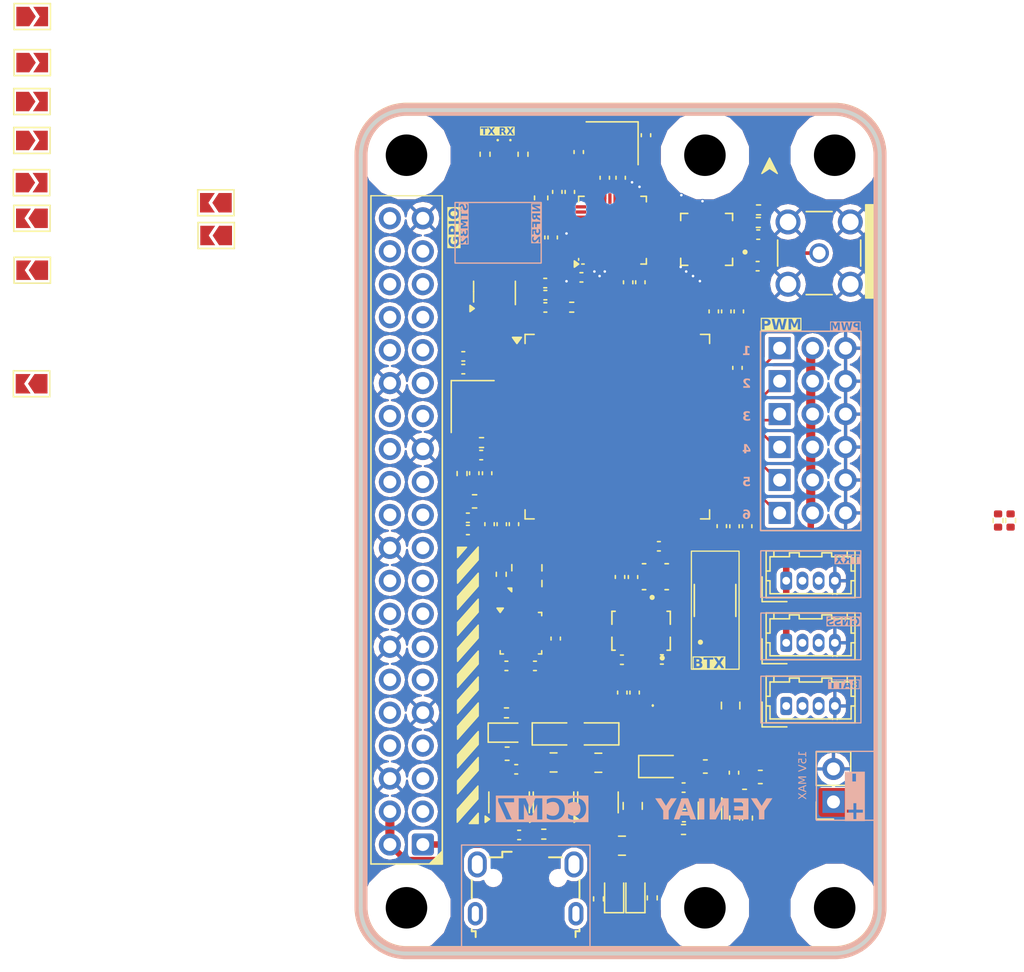
<source format=kicad_pcb>
(kicad_pcb (version 20240108) (generator "pcbnew") (generator_version "8.0")
  (layers (0 "F.Cu" signal) (1 "In1.Cu" signal) (2 "In2.Cu" signal) (31 "B.Cu" signal) (34 "B.Paste" user) (35 "F.Paste" user) (36 "B.SilkS" user "B.Silkscreen") (37 "F.SilkS" user "F.Silkscreen") (38 "B.Mask" user) (39 "F.Mask" user) (44 "Edge.Cuts" user))
  (net 0 "")
  (net 1 "GND")
  (net 2 "+3.3V")
  (net 3 "VREF_CC")
  (net 4 "VDDA_CC")
  (net 5 "Net-(C17-Pad1)")
  (net 6 "Net-(C18-Pad1)")
  (net 7 "NRST")
  (net 8 "HSE_IN")
  (net 9 "Net-(C21-Pad1)")
  (net 10 "Net-(C28-Pad1)")
  (net 11 "Net-(C29-Pad1)")
  (net 12 "+5V")
  (net 13 "DEC3")
  (net 14 "NRF_XC1")
  (net 15 "DEC1")
  (net 16 "Net-(U8-VFB)")
  (net 17 "Net-(D8-A)")
  (net 18 "DEC4")
  (net 19 "3V3_RF")
  (net 20 "+BATT")
  (net 21 "NRF_XC2")
  (net 22 "Net-(U8-SW)")
  (net 23 "Net-(D9-A)")
  (net 24 "Net-(D7-A)")
  (net 25 "LED0")
  (net 26 "LED1")
  (net 27 "Net-(D3-K)")
  (net 28 "Net-(D4-K)")
  (net 29 "Net-(D5-K)")
  (net 30 "NRF_LED0")
  (net 31 "NRF_LED1")
  (net 32 "Net-(D6-K)")
  (net 33 "I2C1_SDA")
  (net 34 "I2C1_SCL")
  (net 35 "PA4")
  (net 37 "J2_32")
  (net 39 "PA0")
  (net 40 "UART2_RX")
  (net 41 "PC14")
  (net 42 "SPI1_MOSI")
  (net 43 "UART4_TX")
  (net 44 "SPI1_MISO")
  (net 45 "I2C2_SCL")
  (net 46 "CAN2_TX")
  (net 49 "I2C2_SDA")
  (net 50 "PE2")
  (net 51 "PC13")
  (net 52 "UART2_TX")
  (net 53 "J2_34")
  (net 55 "SPI1_SCK")
  (net 56 "UART4_RX")
  (net 57 "PA1")
  (net 58 "PC15")
  (net 59 "J2_40")
  (net 60 "CAN2_RX")
  (net 61 "J2_36")
  (net 63 "TIM3_CH4")
  (net 64 "TIM3_CH3")
  (net 65 "TIM3_CH2")
  (net 66 "TIM3_CH1")
  (net 67 "TIM4_CH4")
  (net 68 "TIM4_CH3")
  (net 69 "UART1_RX")
  (net 70 "UART1_TX")
  (net 74 "USB_DM")
  (net 75 "USB_DP")
  (net 78 "UART3_TX")
  (net 79 "UART3_RX")
  (net 80 "SWO")
  (net 81 "SWCLK")
  (net 82 "SWDIO")
  (net 83 "NRF_SWCLK")
  (net 84 "NRF_SWDIO")
  (net 85 "NRF_NRST")
  (net 86 "DCC")
  (net 87 "Net-(U7-ANT1)")
  (net 88 "HSE_OUT")
  (net 89 "Net-(U8-EN)")
  (net 90 "I2C1_IRQ2")
  (net 91 "NRF_PA_MODE")
  (net 92 "Net-(U7-MODE)")
  (net 93 "Net-(U7-ANT2)")
  (net 96 "SPI3_MISO")
  (net 97 "SPI3_SCK")
  (net 99 "SPI1_CS1")
  (net 103 "I2C1_IRQ1")
  (net 110 "SPI1_CS2")
  (net 116 "J2_31")
  (net 118 "SPI3_CS")
  (net 119 "SPI1_CS3")
  (net 122 "SPI3_IRQ")
  (net 124 "SPI3_MOSI")
  (net 135 "NRF_SPI0_SCK")
  (net 136 "NRF_PA_TX_EN")
  (net 138 "NRF_PA_PDN")
  (net 139 "NRF_SPI0_CS")
  (net 141 "NRF_ANT")
  (net 142 "NRF_SPI0_MOSI")
  (net 143 "+1V8")
  (net 145 "NRF_PA_RX_EN")
  (net 146 "NRF_SPI0_MISO")
  (net 149 "VIN_5V")
  (net 150 "BOOT0")
  (net 155 "Net-(U13-REGOUT)")
  (net 156 "Net-(D2-K)")
  (net 157 "Net-(U7-TRX)")
  (net 158 "Net-(U12-BP)")
  (net 160 "SPI1_SCK_1V8")
  (net 161 "SPI1_MOSI_1V8")
  (net 162 "SPI1_CS3_1V8")
  (net 163 "SPI1_MISO_1V8")
  (footprint "Capacitor_SMD:C_0402_1005Metric" (layer "F.Cu") (at 98.7179 155.1436 180)
    (property "Reference" "C52" (hide yes))
    (property "Value" "100nF")
  )
  (footprint "Capacitor_SMD:C_0805_2012Metric" (layer "F.Cu") (at 102.3544 162.584901)
    (property "Reference" "C50" (hide yes))
    (property "Value" "1uF")
  )
  (footprint "Resistor_SMD:R_0402_1005Metric" (layer "F.Cu") (at 112.3672 167.756 180)
    (property "Reference" "R18" (hide yes))
    (property "Value" "33k")
  )
  (footprint "Fuse:Fuse_0805_2012Metric" (layer "F.Cu") (at 116 158.2 -90)
    (property "Reference" "F1" (hide yes))
    (property "Value" "Polyfuse")
  )
  (footprint "MountingHole:CCMountingHole" (layer "F.Cu") (at 124.144461 166.827759)
    (property "Reference" "H6")
    (property "Value" "MountingHole")
  )
  (footprint "Capacitor_SMD:C_0402_1005Metric" (layer "F.Cu") (at 96.7746 138.898)
    (property "Reference" "C21" (hide yes))
    (property "Value" "12pF")
  )
  (footprint "Connector_PinSocket_2.54mm:PinSocket_1x02_P2.54mm_Vertical" (layer "F.Cu") (at 123.925 165.625 180)
    (property "Reference" "J13" (hide yes))
    (property "Value" "Batt_Pins")
  )
  (footprint "Resistor_SMD:R_0402_1005Metric" (layer "F.Cu") (at 95.3014 140.3204 90)
    (property "Reference" "R1" (hide yes))
    (property "Value" "4k7")
  )
  (footprint "Capacitor_SMD:C_0402_1005Metric" (layer "F.Cu") (at 107.475 148.29 90)
    (property "Reference" "C23" (hide yes))
    (property "Value" "100nF")
  )
  (footprint "Crystal:Crystal_SMD_3225-4Pin_3.2x2.5mm" (layer "F.Cu") (at 106.868934 114.8664 180)
    (property "Reference" "Y2")
    (property "Value" "32MHz")
  )
  (footprint "Capacitor_SMD:C_0402_1005Metric" (layer "F.Cu") (at 99.475 163.112501 180)
    (property "Reference" "C59" (hide yes))
    (property "Value" "10nF")
  )
  (footprint "Capacitor_SMD:C_0402_1005Metric" (layer "F.Cu") (at 95.395 132.275)
    (property "Reference" "C20" (hide yes))
    (property "Value" "12pF")
  )
  (footprint "Capacitor_SMD:C_0402_1005Metric" (layer "F.Cu") (at 95.7506 144.6698 180)
    (property "Reference" "C16" (hide yes))
    (property "Value" "100nF")
  )
  (footprint "Package_TO_SOT_SMD:SOT-23-5" (layer "F.Cu") (at 105.775 165.6625 90)
    (property "Reference" "U9" (hide yes))
    (property "Value" "ME6211C33M5")
  )
  (footprint "MountingHole:CCMountingHole" (layer "F.Cu") (at 124.144356 108.82766)
    (property "Reference" "H1")
    (property "Value" "MountingHole")
  )
  (footprint "Resistor_SMD:R_0402_1005Metric" (layer "F.Cu") (at 98.725 158.762501 180)
    (property "Reference" "R14" (hide yes))
    (property "Value" "1.5k")
  )
  (footprint "Jumper:SolderJumper-2_P1.3mm_Open_TrianglePad1.0x1.5mm" (layer "F.Cu") (at 62.175 124.65 180)
    (property "Reference" "JP8" (hide yes))
    (property "Value" "SWDIO")
  )
  (footprint "Jumper:SolderJumper-2_P1.3mm_Open_TrianglePad1.0x1.5mm" (layer "F.Cu") (at 62.125 133.4 180)
    (property "Reference" "JP7" (hide yes))
    (property "Value" "SWDIO")
  )
  (footprint "Capacitor_SMD:C_0402_1005Metric" (layer "F.Cu") (at 101.71 125.64)
    (property "Reference" "C11")
    (property "Value" "100nF")
  )
  (footprint "Capacitor_SMD:C_0402_1005Metric" (layer "F.Cu") (at 116.6304 127.825 90)
    (property "Reference" "C3")
    (property "Value" "100nF")
  )
  (footprint "Resistor_SMD:R_0402_1005Metric" (layer "F.Cu") (at 98.3217 148.0846 -90)
    (property "Reference" "R11" (hide yes))
    (property "Value" "10k")
  )
  (footprint "Capacitor_SMD:C_0402_1005Metric" (layer "F.Cu") (at 107.525 117.525 90)
    (property "Reference" "C58" (hide yes))
    (property "Value" "1pF")
  )
  (footprint "Capacitor_SMD:C_0402_1005Metric" (layer "F.Cu") (at 118.08 124.3378 180)
    (property "Reference" "C29" (hide yes))
    (property "Value" "1pF")
  )
  (footprint "Resistor_SMD:R_0402_1005Metric" (layer "F.Cu") (at 97.074202 115.713 90)
    (property "Reference" "R2" (hide yes))
    (property "Value" "1.5k")
  )
  (footprint "Connector_USB:USB_Micro-B_Wuerth_629105150521" (layer "F.Cu") (at 100.2 172.295)
    (property "Reference" "J11")
    (property "Value" "USB_B_Micro")
  )
  (footprint "Capacitor_SMD:C_0402_1005Metric" (layer "F.Cu") (at 109.0422 125.5776 -90)
    (property "Reference" "C38" (hide yes))
    (property "Value" "100nF")
  )
  (footprint "Capacitor_SMD:C_0805_2012Metric" (layer "F.Cu") (at 108.4544 165.934901 90)
    (property "Reference" "C30" (hide yes))
    (property "Value" "1uF")
  )
  (footprint "LPRS_SMA_CONNECTOR:LPRS_SMA_CONNECTOR" (layer "F.Cu") (at 122.822 123.33)
    (property "Reference" "J9")
    (property "Value" "SMA_CONNECTOR")
  )
  (footprint "Package_QFP:LQFP-100_14x14mm_P0.5mm" (layer "F.Cu") (at 107.267 136.707)
    (property "Reference" "U1")
    (property "Value" "STM32H743VGTx")
  )
  (footprint "Capacitor_SMD:C_0402_1005Metric" (layer "F.Cu") (at 101.3206 122.1258 90)
    (property "Reference" "C37" (hide yes))
    (property "Value" "0")
  )
  (footprint "Resistor_SMD:R_0402_1005Metric" (layer "F.Cu") (at 117.2972 166.876 90)
    (property "Reference" "R12" (hide yes))
    (property "Value" "33.2k")
  )
  (footprint "Resistor_SMD:R_0402_1005Metric" (layer "F.Cu") (at 105.819 173.101 -90)
    (property "Reference" "R9" (hide yes))
    (property "Value" "1.5k")
  )
  (footprint "Connector_Hirose:Hirose_DF13-04P-1.25DSA_1x04_P1.25mm_Vertical" (layer "F.Cu") (at 120.284 148.582)
    (property "Reference" "J12" (hide yes))
    (property "Value" "Conn_01x04_Pin")
  )
  (footprint "Resistor_SMD:R_0402_1005Metric" (layer "F.Cu") (at 118.1326 120.9718)
    (property "Reference" "R16" (hide yes))
    (property "Value" "50R")
  )
  (footprint "Capacitor_SMD:C_0402_1005Metric" (layer "F.Cu") (at 114.7 127.825 90)
    (property "Reference" "C5")
    (property "Value" "100nF")
  )
  (footprint "Diode_SMD:D_SOD-323" (layer "F.Cu") (at 105.775 160.387501 180)
    (property "Reference" "D8" (hide yes))
    (property "Value" "1N5819WS")
  )
  (footprint "Jumper:SolderJumper-2_P1.3mm_Open_TrianglePad1.0x1.5mm" (layer "F.Cu") (at 76.35 121.975 180)
    (property "Reference" "JP4" (hide yes))
    (property "Value" "SWDIO")
  )
  (footprint "Capacitor_SMD:C_0402_1005Metric" (layer "F.Cu") (at 117.275 144.3776 -90)
    (property "Reference" "C2")
    (property "Value" "100nF")
  )
  (footprint "Inductor_SMD:L_0402_1005Metric" (layer "F.Cu") (at 114.4016 164.465 180)
    (property "Reference" "L1")
    (property "Value" "2.2uH")
  )
  (footprint "MountingHole:CCMountingHole" (layer "F.Cu") (at 91.144356 166.82766)
    (property "Reference" "H4")
    (property "Value" "MountingHole")
  )
  (footprint "Resistor_SMD:R_0402_1005Metric" (layer "F.Cu") (at 100 115.715 90)
    (property "Reference" "R17" (hide yes))
    (property "Value" "1.5k")
  )
  (footprint "Capacitor_SMD:C_0603_1608Metric" (layer "F.Cu") (at 98.775 161.912501)
    (property "Reference" "C53" (hide yes))
    (property "Value" "10uF")
  )
  (footprint "Diode_SMD:D_SOD-323" (layer "F.Cu") (at 110.525 162.9)
    (property "Reference" "D9" (hide yes))
    (property "Value" "SS210")
  )
  (footprint "BMI088:PQFN50P450X300X100-16N" (layer "F.Cu") (at 109.1 152.435 180)
    (property "Reference" "U3")
    (property "Value" "BMI088")
  )
  (footprint "MountingHole:1x03_2.54vertical" (layer "F.Cu") (at 119.634 135.763 90)
    (property "Reference" "J5" (hide yes))
    (property "Value" "Conn_01x03_Pin")
  )
  (footprint "Capacitor_SMD:C_0402_1005Metric" (layer "F.Cu") (at 115.6652 127.8252 90)
    (property "Reference" "C4")
    (property "Value" "100nF")
  )
  (footprint "Capacitor_SMD:C_0603_1608Metric" (layer "F.Cu") (at 118.2872 163.706)
    (property "Reference" "C34" (hide yes))
    (property "Value" "10uF")
  )
  (footprint "Jumper:SolderJumper-2_P1.3mm_Open_TrianglePad1.0x1.5mm" (layer "F.Cu") (at 62.125 117.9)
    (property "Reference" "JP3" (hide yes))
    (property "Value" "SWDIO")
  )
  (footprint "MountingHole:1x03_2.54vertical" (layer "F.Cu") (at 119.634 130.683 90)
    (property "Reference" "J3" (hide yes))
    (property "Value" "Conn_01x03_Pin")
  )
  (footprint "Capacitor_SMD:C_0402_1005Metric" (layer "F.Cu") (at 112.375 164.525 180)
    (property "Reference" "C51" (hide yes))
    (property "Value" "100nF")
  )
  (footprint "MountingHole:CCMountingHole" (layer "F.Cu") (at 114.144356 108.82766)
    (property "Reference" "H2")
    (property "Value" "MountingHole")
  )
  (footprint "BMP581:BMP581" (layer "F.Cu") (at 110.25 157.2 90)
    (property "Reference" "U11")
    (property "Value" "BMP581")
  )
  (footprint "Inductor_SMD:L_0201_0603Metric" (layer "F.Cu") (at 118.1252 122.72)
    (property "Reference" "L6" (hide yes))
    (property "Value" "1.9nH")
  )
  (footprint "LED_SMD:LED_0402_1005Metric" (layer "F.Cu") (at 99.024734 115.7151 -90)
    (property "Reference" "D6")
    (property "Value" "LED")
  )
  (footprint "Capacitor_SMD:C_0402_1005Metric" (layer "F.Cu") (at 99.7 168.175)
    (property "Reference" "C48" (hide yes))
    (property "Value" "100nF")
  )
  (footprint "Capacitor_SMD:C_0402_1005Metric" (layer "F.Cu") (at 107.65 157.2 90)
    (property "Reference" "C54" (hide yes))
    (property "Value" "100nF")
  )
  (footprint "MountingHole:CCMountingHole" (layer "F.Cu") (at 114.144356 166.82766)
    (property "Reference" "H5")
    (property "Value" "MountingHole")
  )
  (footprint "Capacitor_SMD:C_0402_1005Metric" (layer "F.Cu") (at 109.475 114.245 90)
    (property "Reference" "C32" (hide yes))
    (property "Value" "16pF")
  )
  (footprint "Capacitor_SMD:C_0402_1005Metric" (layer "F.Cu") (at 107.62 154.67 180)
    (property "Reference" "C24" (hide yes))
    (property "Value" "100nF")
  )
  (footprint "Connector_IDC:IDC-Header_2x20_P2.54mm_Vertical" (layer "F.Cu") (at 92.2782 168.91 180)
    (property "Reference" "J2" (hide yes))
    (property "Value" "~" (hide yes))
  )
  (footprint "Capacitor_SMD:C_0603_1608Metric" (layer "F.Cu") (at 117.0722 165.166)
    (property "Reference" "C35" (hide yes))
    (property "Value" "10uF")
  )
  (footprint "MountingHole:1x03_2.54vertical" (layer "F.Cu") (at 119.634 140.843 90)
    (property "Reference" "J7" (hide yes))
    (property "Value" "Conn_01x03_Pin")
  )
  (footprint "Resistor_SMD:R_0402_1005Metric" (layer "F.Cu") (at 103.75 127.5 180)
    (property "Reference" "R6" (hide yes))
    (property "Value" "10k")
  )
  (footprint "Resistor_SMD:R_0402_1005Metric" (layer "F.Cu") (at 118.15 120 180)
    (property "Reference" "R15" (hide yes))
    (property "Value" "10k")
  )
  (footprint "Capacitor_SMD:C_0402_1005Metric" (layer "F.Cu") (at 104.2934 115.543 -90)
    (property "Reference" "C44" (hide yes))
    (property "Value" "16pF")
  )
  (footprint "Diode_SMD:D_SOD-323" (layer "F.Cu") (at 102.3175 160.387501)
    (property "Reference" "D7" (hide yes))
    (property "Value" "1N5819WS")
  )
  (footprint "Inductor_SMD:L_0201_0603Metric" (layer "F.Cu") (at 118.125 123.525)
    (property "Reference" "L7" (hide yes))
    (property "Value" "3.0nH")
  )
  (footprint "LED_SMD:LED_0603_1608Metric" (layer "F.Cu") (at 98.8 160.287501)
    (property "Reference" "D2" (hide yes))
    (property "Value" "LED")
  )
  (footprint "Capacitor_SMD:C_0402_1005Metric" (layer "F.Cu") (at 104.5 125.2 180)
    (property "Reference" "C33")
    (property "Value" "100nF")
  )
  (footprint "LED_SMD:LED_0402_1005Metric" (layer "F.Cu") (at 98.049468 115.7151 -90)
    (property "Reference" "D5")
    (property "Value" "LED")
  )
  (footprint "Package_TO_SOT_SMD:SOT-23-5" (layer "F.Cu") (at 102.35 165.6625 90)
    (property "Reference" "U10" (hide yes))
    (property "Value" "ME6211C33M5")
  )
  (footprint "Capacitor_SMD:C_0402_1005Metric" (layer "F.Cu") (at 100.9179 155.1436)
    (property "Reference" "C57")
    (property "Value" "100nF")
  )
  (footprint "Jumper:SolderJumper-2_P1.3mm_Open_TrianglePad1.0x1.5mm" (layer "F.Cu") (at 62.15 111.65)
    (property "Reference" "JP2" (hide yes))
    (property "Value" "SWDIO")
  )
  (footprint "Jumper:SolderJumper-2_P1.3mm_Open_TrianglePad1.0x1.5mm" (layer "F.Cu") (at 62.15 120.65 180)
    (property "Reference" "JP6" (hide yes))
    (property "Value" "SWDIO")
  )
  (footprint "Connector_Hirose:Hirose_DF13-04P-1.25DSA_1x04_P1.25mm_Vertical" (layer "F.Cu") (at 120.284 153.3652)
    (property "Reference" "J10" (hide yes))
    (property "Value" "Conn_01x04_Pin")
  )
  (footprint "Capacitor_SMD:C_0402_1005Metric" (layer "F.Cu") (at 103.6066 118.618 -90)
    (property "Reference" "C39" (hide yes))
    (property "Value" "1uF")
  )
  (footprint "Jumper:SolderJumper-2_P1.3mm_Open_TrianglePad1.0x1.5mm" (layer "F.Cu") (at 62.15 114.65)
    (property "Reference" "JP1" (hide yes))
    (property "Value" "SWDIO")
  )
  (footprint "Inductor_SMD:L_0603_1608Metric" (layer "F.Cu") (at 96.2666 142.464 180)
    (property "Reference" "FB1" (hide yes))
    (property "Value" "FerriteBead")
  )
  (footprint "Crystal:Crystal_SMD_3225-4Pin_3.2x2.5mm" (layer "F.Cu") (at 96.117 135.157 -90)
    (property "Reference" "Y1")
    (property "Value" "32MHz")
  )
  (footprint "Capacitor_SMD:C_0402_1005Metric" (layer "F.Cu") (at 101.72 127.52)
    (property "Reference" "C1")
    (property "Value" "10uF")
  )
  (footprint "Capacitor_SMD:C_0805_2012Metric" (layer "F.Cu") (at 105.8044 162.609901)
    (property "Reference" "C45" (hide yes))
    (property "Value" "1uF")
  )
  (footprint "Capacitor_SMD:C_0402_1005Metric" (layer "F.Cu") (at 118.1252 121.9072 180)
    (property "Reference" "C28" (hide yes))
    (property "Value" "2pF")
  )
  (footprint "Resistor_SMD:R_0402_1005Metric" (layer "F.Cu") (at 112.3772 165.826)
    (property "Reference" "R13" (hide yes))
    (property "Value" "220k")
  )
  (footprint "Capacitor_SMD:C_0402_1005Metric" (layer "F.Cu") (at 110.7 154.6482)
    (property "Reference" "C22" (hide yes))
    (property "Value" "100nF")
  )
  (footprint "Jumper:SolderJumper-2_P1.3mm_Open_TrianglePad1.0x1.5mm" (layer "F.Cu") (at 62.175 105.1)
    (property "Reference" "JP9" (hide yes))
    (property "Value" "SWDIO")
  )
  (footprint "Capacitor_SMD:C_0402_1005Metric" (layer "F.Cu") (at 98.3602 144.2226 -90)
    (property "Reference" "C8")
    (property "Value" "100nF")
  )
  (footprint "Package_TO_SOT_SMD:SOT-23-5" (layer "F.Cu") (at 98.925 165.6625 90)
    (property "Reference" "U12" (hide yes))
    (property "Value" "TPS79318-EP")
  )
  (footprint "LED_SMD:LED_0603_1608Metric" (layer "F.Cu") (at 108.6612 172.68 90)
    (property "Reference" "D3" (hide yes))
    (property "Value" "LED")
  )
  (footprint "Capacitor_SMD:C_0402_1005Metric" (layer "F.Cu") (at 96.2412 140.295 -90)
    (property "Reference" "C14" (hide yes))
    (property "Value" "100nF")
  )
  (footprint "MountingHole:1x03_2.54vertical" (layer "F.Cu") (at 119.634 133.223 90)
    (property "Reference" "J4" (hide yes))
    (property "Value" "Conn_01x03_Pin")
  )
  (footprint "Package_TO_SOT_SMD:SOT-563" (layer "F.Cu") (at 114.4097 166.296 -90)
    (property "Reference" "U8" (hide yes))
    (property "Value" "TPS562206")
  )
  (footprint "Resistor_SMD:R_0402_1005Metric" (layer "F.Cu") (at 116.3122 166.866 -90)
    (property "Reference" "R10" (hide yes))
    (property "Value" "100k")
  )
  (footprint "MountingHole:CCMountingHole" (layer "F.Cu") (at 91.144471 108.827769)
    (property "Reference" "H3")
    (property "Value" "MountingHole")
  )
  (footprint "Capacitor_SMD:C_0402_1005Metric" (layer "F.Cu") (at 102.5179 153.038 90)
    (property "Reference" "C56")
    (property "Value" "100nF")
  )
  (footprint "Capacitor_SMD:C_0805_2012Metric" (layer "F.Cu") (at 107.625 169)
    (property "Reference" "C46" (hide yes))
    (property "Value" "1uF")
  )
  (footprint "Resistor_SMD:R_0402_1005Metric" (layer "F.Cu") (at 96.8 137.9328)
    (property "Reference" "R3")
    (property "Value" "620R")
  )
  (footprint "Capacitor_SMD:C_0603_1608Metric" (layer "F.Cu") (at 114.05 162.9)
    (property "Reference" "C49")
    (property "Value" "22uH")
  )
  (footprint "ICP-20100:PQFN50P200X200X85-10N" (layer "F.Cu") (at 110.2 148.27 90)
    (property "Reference" "U4")
    (property "Value" "ICP-20100")
  )
  (footprint "Jumper:SolderJumper-2_P1.3mm_Open_TrianglePad1.0x1.5mm" (layer "F.Cu") (at 76.325 119.45 180)
    (property "Reference" "JP5" (hide yes))
    (property "Value" "SWDIO")
  )
  (footprint "Resistor_SMD:R_0402_1005Metric" (layer "F.Cu") (at 137.575 143.94 -90)
    (property "Reference" "R5" (hide yes))
    (property "Value" "4.7k")
  )
  (footprint "LED_SMD:LED_0603_1608Metric" (layer "F.Cu") (at 107.0212 172.68 90)
    (property "Reference" "D4" (hide yes))
    (property "Value" "LED")
  )
  (footprint "Capacitor_SMD:C_0402_1005Metric" (layer "F.Cu") (at 95.748 143.73 180)
    (property "Reference" "C15" (hide yes))
    (property "Value" "1uF")
  )
  (footprint "Capacitor_SMD:C_0402_1005Metric" (layer "F.Cu") (at 99.3 144.22 -90)
    (property "Reference" "C9")
    (property "Value" "100nF")
  )
  (footprint "Jumper:SolderJumper-2_P1.3mm_Open_TrianglePad1.0x1.5mm" (layer "F.Cu") (at 62.175 108.65)
    (property "Reference" "JP10" (hide yes))
    (property "Value" "SWDIO")
  )
  (footprint "Capacitor_SMD:C_0402_1005Metric" (layer "F.Cu") (at 116.2572 163.376 90)
    (property "Reference" "C43")
    (property "Value" "100nF")
  )
  (footprint "Capacitor_SMD:C_0402_1005Metric" (layer "F.Cu") (at 108.6 157.2 90)
    (property "Reference" "C55" (hide yes))
    (property "Value" "100nF")
  )
  (footprint "Package_DFN_QFN:Texas_R-PUQFN-N12" (layer "F.Cu") (at 100.2969 148.1866 90)
    (property "Reference" "U5" (hide yes))
    (property "Value" "TXB0104RUT")
  )
  (footprint "MountingHole:1x03_2.54vertical" (layer "F.Cu") (at 119.634 138.303 90)
    (property "Reference" "J6" (hide yes))
    (property "Value" "Conn_01x03_Pin")
  )
  (footprint "Capacitor_SMD:C_0402_1005Metric" (layer "F.Cu") (at 102.2858 122.1258 90)
    (property "Reference" "C36")
    (property "Value" "1uF")
  )
  (footprint "Capacitor_SMD:C_0402_1005Metric" (layer "F.Cu") (at 116.2971 144.3826 -90)
    (property "Reference" "C7")
    (property "Value" "100nF")
  )
  (footprint "Package_TO_SOT_SMD:SOT-23-5_HandSoldering" (layer "F.Cu") (at 97.8 126.4 90)
    (property "Reference" "U2")
    (property "Value" "24AA64T-I/OT")
  )
  (footprint "Resistor_SMD:R_0402_1005Metric" (layer "F.Cu") (at 101.6 168.112501)
    (property "Reference" "R7" (hide yes))
    (property "Value" "1.5k")
  )
  (footprint "nRF21540:QFN65P400X400X95-17N" (layer "F.Cu") (at 114.15 122.275 180)
    (property "Reference" "U7")
    (property "Value" "NRF21540-QDAA-R7")
  )
  (footprint "Capacitor_SMD:C_0402_1005Metric" (layer "F.Cu") (at 102.6414 118.6154 90)
    (property "Reference" "C42" (hide yes))
    (property "Value" "100nF")
  )
  (footprint "Capacitor_SMD:C_0402_1005Metric" (layer "F.Cu") (at 110.47 145.925 180)
    (property "Reference" "C17" (hide yes))
    (property "Value" "2.2uF")
  )
  (footprint "MountingHole:1x03_2.54vertical" (layer "F.Cu") (at 119.634 143.383 90)
    (property "Reference" "J8" (hide yes))
    (property "Value" "Conn_01x03_Pin")
  )
  (footprint "Package_DFN_QFN:QFN-40-1EP_5x5mm_P0.4mm_EP3.6x3.6mm" (layer "F.Cu") (at 106.894567 121.5653 90)
    (property "Reference" "U6")
    (property "Value" "nRF52820-QDxx")
  )
  (footprint "Resistor_SMD:R_0402_1005Metric" (layer "F.Cu") (at 136.6098 143.94 90)
    (property "Reference" "R4" (hide yes))
    (property "Value" "4.7k")
  )
  (footprint "Capacitor_SMD:C_0402_1005Metric" (layer "F.Cu") (at 95.395 131.2874 180)
    (property "Reference" "C19" (hide yes))
    (property "Value" "100nF")
  )
  (footprint "Capacitor_SMD:C_0402_1005Metric" (layer "F.Cu") (at 97.4204 144.22 -90)
    (property "Reference" "C12")
    (property "Value" "100nF")
  )
  (footprint "Capacitor_SMD:C_0402_1005Metric" (layer "F.Cu") (at 97.2318 140.295 -90)
    (property "Reference" "C13" (hide yes))
    (property "Value" "1uF")
  )
  (footprint "Capacitor_SMD:C_0402_1005Metric" (layer "F.Cu") (at 108.1024 125.5802 -90)
    (property "Reference" "C41" (hide yes))
    (property "Value" "100nF")
  )
  (footprint "Capacitor_SMD:C_0402_1005Metric" (layer "F.Cu") (at 106.299 117.5258 90)
    (property "Reference" "C31" (hide yes))
    (property "Value" "100pF")
  )
  (footprint "Capacitor_SMD:C_0402_1005Metric" (layer "F.Cu") (at 108.475 148.295 90)
    (property "Reference" "C25" (hide yes))
    (property "Value" "100nF")
  )
  (footprint "Sensor_Motion:InvenSense_QFN-24_3x3mm_P0.4mm" (layer "F.Cu") (at 99.8391 152.625)
    (property "Reference" "U13")
    (property "Value" "ICM-20948")
  )
  (footprint "Capacitor_SMD:C_0402_1005Metric" (layer "F.Cu") (at 116.525 132.175 -90)
    (property "Reference" "C18" (hide yes))
    (property "Value" "2.2uF")
  )
  (footprint "SW_SKRPABE010:SW_SKRPABE010" (layer "F.Cu") (at 114.8 150.1 90)
    (property "Reference" "S1")
    (property "Value" "SKRPABE010")
  )
  (footprint "Capacitor_SMD:C_0402_1005Metric" (layer "F.Cu") (at 115.3192 144.3726 -90)
    (property "Reference" "C10")
    (property "Value" "100nF")
  )
  (footprint "Capacitor_SMD:C_0603_1608Metric" (layer "F.Cu") (at 101.3968 119.0752 90)
    (property "Reference" "C40" (hide yes))
    (property "Value" "4.7uF")
  )
  (footprint "Capacitor_SMD:C_0402_1005Metric" (layer "F.Cu") (at 112.3972 166.796)
    (property "Reference" "C47")
    (property "Value" "33pF")
  )
  (footprint "Capacitor_SMD:C_0402_1005Metric" (layer "F.Cu") (at 101.72 126.57)
    (property "Reference" "C6")
    (property "Value" "100nF")
  )
  (footprint "Connector_Hirose:Hirose_DF13-04P-1.25DSA_1x04_P1.25mm_Vertical" (layer "F.Cu") (at 120.284 158.234)
    (property "Reference" "J1" (hide yes))
    (property "Value" "Conn_01x04_Pin")
  )
  (footprint "Resistor_SMD:R_0402_1005Metric" (layer "F.Cu") (at 109.9592 173.0248 -90)
    (property "Reference" "R8" (hide yes))
    (property "Value" "1.5k")
  )
  (gr_poly (pts (xy 120.775 161.5) (xy 122.35 161.5) (xy 122.35 164.65) (xy 125 164.65) (xy 125 167.85) (xy 119.9 167.85) (xy 119.925 161.5)) (stroke (width 0.2)) (fill solid) (layer "F.Cu") (net 20))
  (gr_rect (start 122.61 161.73) (end 127.2 167.04) (stroke (width 0.1)) (fill none) (layer "B.SilkS"))
  (gr_rect (start 95.26 168.95) (end 105.16 176.93) (stroke (width 0.1)) (fill none) (layer "B.SilkS"))
  (gr_rect (start 118.32 146.27) (end 126.03 149.87) (stroke (width 0.1)) (fill none) (layer "B.SilkS"))
  (gr_rect (start 118.304 129.353) (end 126.044 144.713) (stroke (width 0.1)) (fill none) (layer "B.SilkS"))
  (gr_rect (start 94.76 119.43) (end 101.4 124.1) (stroke (width 0.1)) (fill none) (layer "B.SilkS"))
  (gr_rect (start 118.33 155.94) (end 126.04 159.54) (stroke (width 0.1)) (fill none) (layer "B.SilkS"))
  (gr_rect (start 118.33 151.07) (end 126.04 154.67) (stroke (width 0.1)) (fill none) (layer "B.SilkS"))
  (gr_poly (pts (xy 124.014657 177.249272) (xy 124.197965 177.24696) (xy 124.562572 177.208647) (xy 124.921177 177.13243) (xy 125.26985 177.019146) (xy 125.604772 176.870035) (xy 125.922271 176.686731) (xy 126.218871 176.471242) (xy 126.491319 176.22593) (xy 126.736633 175.953482) (xy 126.952123 175.656884) (xy 127.135429 175.339385) (xy 127.284541 175.004464) (xy 127.397827 174.655791) (xy 127.474045 174.297187) (xy 127.51236 173.932579) (xy 127.514657 173.749272) (xy 127.514657 115.749272) (xy 127.512342 115.565965) (xy 127.474023 115.20136) (xy 127.397802 114.842757) (xy 127.284514 114.494086) (xy 127.135401 114.159167) (xy 126.952096 113.841669) (xy 126.736607 113.545072) (xy 126.491296 113.272623) (xy 126.21885 113.02731) (xy 125.922255 112.811819) (xy 125.604759 112.628511) (xy 125.269841 112.479394) (xy 124.921171 112.366103) (xy 124.562569 112.289879) (xy 124.197964 112.251556) (xy 124.014657 112.249272) (xy 91.014657 112.249272) (xy 90.831357 112.251675) (xy 90.466766 112.290004) (xy 90.108179 112.366231) (xy 89.759524 112.479522) (xy 89.42462 112.628637) (xy 89.107138 112.81194) (xy 88.810554 113.027424) (xy 88.538118 113.272728) (xy 88.292815 113.545165) (xy 88.077332 113.84175) (xy 87.89403 114.159234) (xy 87.744918 114.494138) (xy 87.631628 114.842794) (xy 87.555402 115.201381) (xy 87.517075 115.565972) (xy 87.514657 115.749272) (xy 87.514657 173.749272) (xy 87.517057 173.932573) (xy 87.555379 174.297165) (xy 87.631602 174.655755) (xy 87.74489 175.004413) (xy 87.894002 175.339318) (xy 88.077305 175.656803) (xy 88.292789 175.953389) (xy 88.538094 176.225826) (xy 88.810533 176.471128) (xy 89.10712 176.68661) (xy 89.424607 176.869909) (xy 89.759514 177.019018) (xy 90.108173 177.132303) (xy 90.466763 177.208523) (xy 90.831356 177.246842) (xy 91.014657 177.249272)) (stroke (width 1)) (fill none) (layer "B.SilkS"))
  (gr_rect (start 126.4 119.6) (end 127.2 126.8) (stroke (width 0.1)) (fill solid) (layer "F.SilkS"))
  (gr_poly (pts (xy 124.01 177.236649) (xy 124.193308 177.234337) (xy 124.557915 177.196024) (xy 124.91652 177.119807) (xy 125.265193 177.006523) (xy 125.600115 176.857412) (xy 125.917614 176.674108) (xy 126.214214 176.458619) (xy 126.486662 176.213307) (xy 126.731976 175.940859) (xy 126.947466 175.644261) (xy 127.130772 175.326762) (xy 127.279884 174.991841) (xy 127.39317 174.643168) (xy 127.469388 174.284564) (xy 127.507703 173.919956) (xy 127.51 173.736649) (xy 127.51 115.736649) (xy 127.507685 115.553342) (xy 127.469366 115.188737) (xy 127.393145 114.830134) (xy 127.279857 114.481463) (xy 127.130744 114.146544) (xy 126.947439 113.829046) (xy 126.73195 113.532449) (xy 126.486639 113.26) (xy 126.214193 113.014687) (xy 125.917598 112.799196) (xy 125.600102 112.615888) (xy 125.265184 112.466771) (xy 124.916514 112.35348) (xy 124.557912 112.277256) (xy 124.193307 112.238933) (xy 124.01 112.236649) (xy 91.01 112.236649) (xy 90.8267 112.239052) (xy 90.462109 112.277381) (xy 90.103522 112.353608) (xy 89.754867 112.466899) (xy 89.419963 112.616014) (xy 89.102481 112.799317) (xy 88.805897 113.014801) (xy 88.533461 113.260105) (xy 88.288158 113.532542) (xy 88.072675 113.829127) (xy 87.889373 114.146611) (xy 87.740261 114.481515) (xy 87.626971 114.830171) (xy 87.550745 115.188758) (xy 87.512418 115.553349) (xy 87.51 115.736649) (xy 87.51 173.736649) (xy 87.5124 173.91995) (xy 87.550722 174.284542) (xy 87.626945 174.643132) (xy 87.740233 174.99179) (xy 87.889345 175.326695) (xy 88.072648 175.64418) (xy 88.288132 175.940766) (xy 88.533437 176.213203) (xy 88.805876 176.458505) (xy 89.102463 176.673987) (xy 89.41995 176.857286) (xy 89.754857 177.006395) (xy 90.103516 177.11968) (xy 90.462106 177.1959) (xy 90.826699 177.234219) (xy 91.01 177.236649)) (stroke (width 1)) (fill none) (layer "F.SilkS"))
  (gr_poly (pts (xy 94.95 153.797069) (xy 94.95 154.797069) (xy 96.55 152.997069) (xy 96.55 151.997069)) (stroke (width 0.1)) (fill solid) (layer "F.SilkS"))
  (gr_rect (start 112.975 146.3) (end 116.65 155.4) (stroke (width 0.1)) (fill none) (layer "F.SilkS"))
  (gr_poly (pts (xy 96.55 166.497069) (xy 96.55 167.297069) (xy 95.85 167.297069)) (stroke (width 0.1)) (fill solid) (layer "F.SilkS"))
  (gr_poly (pts (xy 94.95 159.797069) (xy 94.95 160.797069) (xy 96.55 158.997069) (xy 96.55 157.997069)) (stroke (width 0.1)) (fill solid) (layer "F.SilkS"))
  (gr_poly (pts (xy 94.95 163.997069) (xy 94.95 164.997069) (xy 96.55 163.197069) (xy 96.55 162.197069)) (stroke (width 0.1)) (fill solid) (layer "F.SilkS"))
  (gr_poly (pts (xy 94.926552 166.198448) (xy 94.926552 167.198448) (xy 96.526552 165.398448) (xy 96.526552 164.398448)) (stroke (width 0.1)) (fill solid) (layer "F.SilkS"))
  (gr_poly (pts (xy 94.95 147.775) (xy 94.95 148.775) (xy 96.55 146.975) (xy 96.55 145.975)) (stroke (width 0.1)) (fill solid) (layer "F.SilkS"))
  (gr_rect (start 118.304 129.353) (end 126.044 144.713) (stroke (width 0.1)) (fill none) (layer "F.SilkS"))
  (gr_poly (pts (xy 118.4 117.2) (xy 119 116) (xy 119.6 117.2) (xy 119 116.8)) (stroke (width 0.1)) (fill solid) (layer "F.SilkS"))
  (gr_poly (pts (xy 94.95 146.797069) (xy 94.95 145.997069) (xy 95.65 145.997069)) (stroke (width 0.1)) (fill solid) (layer "F.SilkS"))
  (gr_poly (pts (xy 94.95 151.797069) (xy 94.95 152.797069) (xy 96.55 150.997069) (xy 96.55 149.997069)) (stroke (width 0.1)) (fill solid) (layer "F.SilkS"))
  (gr_poly (pts (xy 94.95 157.797069) (xy 94.95 158.797069) (xy 96.55 156.997069) (xy 96.55 155.997069)) (stroke (width 0.1)) (fill solid) (layer "F.SilkS"))
  (gr_poly (pts (xy 94.95 155.797069) (xy 94.95 156.797069) (xy 96.55 154.997069) (xy 96.55 153.997069)) (stroke (width 0.1)) (fill solid) (layer "F.SilkS"))
  (gr_poly (pts (xy 94.95 161.997069) (xy 94.95 162.997069) (xy 96.55 161.197069) (xy 96.55 160.197069)) (stroke (width 0.1)) (fill solid) (layer "F.SilkS"))
  (gr_poly (pts (xy 94.95 149.797069) (xy 94.95 150.797069) (xy 96.55 148.997069) (xy 96.55 147.997069)) (stroke (width 0.1)) (fill solid) (layer "F.SilkS"))
  (gr_line (start 123.994808 177.310075) (end 90.994819 177.310075) (stroke (width 0.3)) (layer "Edge.Cuts"))
  (gr_line (start 127.494808 115.830617) (end 127.494808 173.810124) (stroke (width 0.3)) (layer "Edge.Cuts"))
  (gr_arc (start 87.494808 115.810124) (mid 88.527372 113.327847) (end 91.015751 112.310075) (stroke (width 0.3)) (layer "Edge.Cuts"))
  (gr_arc (start 127.494808 173.810124) (mid 126.469675 176.284958) (end 123.994808 177.310075) (stroke (width 0.3)) (layer "Edge.Cuts"))
  (gr_line (start 87.494808 173.793291) (end 87.494808 115.810124) (stroke (width 0.3)) (layer "Edge.Cuts"))
  (gr_arc (start 123.994819 112.310075) (mid 126.476933 113.342501) (end 127.494808 115.830617) (stroke (width 0.3)) (layer "Edge.Cuts"))
  (gr_arc (start 90.994819 177.310075) (mid 88.514 176.279011) (end 87.494808 173.793291) (stroke (width 0.3)) (layer "Edge.Cuts"))
  (gr_line (start 91.015751 112.310075) (end 123.994819 112.310075) (stroke (width 0.3)) (layer "Edge.Cuts"))
  (gr_text "15V MAX" (at 121.925 161.675 90) (layer "B.SilkS") (effects (font (size 0.6 0.6) (thickness 0.1)) (justify left bottom mirror)))
  (gr_text "YENIAY" (at 119.2 167.25 0) (layer "B.SilkS") (effects (font (size 1.6 1.6) (thickness 0.125) (bold yes)) (justify left bottom mirror)))
  (gr_text "CCM7" (at 104.975 167.25 0) (layer "B.SilkS" knockout) (effects (font (size 1.6 1.6) (thickness 0.125) (bold yes)) (justify left bottom mirror)))
  (gr_text "4" (at 117.57 138.882 0) (layer "B.SilkS") (effects (font (size 0.7 0.7) (thickness 0.125) (bold yes)) (justify left bottom mirror)))
  (gr_text "5" (at 117.57 141.406 0) (layer "B.SilkS") (effects (font (size 0.7 0.7) (thickness 0.125) (bold yes)) (justify left bottom mirror)))
  (gr_text "GNSS" (at 125.95 152.12 0) (layer "B.SilkS" knockout) (effects (font (size 0.6 0.6) (thickness 0.125) (bold yes)) (justify left bottom mirror)))
  (gr_text "NRF52" (at 101.42 119.49 90) (layer "B.SilkS" knockout) (effects (font (size 0.6 0.6) (thickness 0.125) (bold yes)) (justify left bottom mirror)))
  (gr_text "2" (at 117.57 133.834 0) (layer "B.SilkS") (effects (font (size 0.7 0.7) (thickness 0.125) (bold yes)) (justify left bottom mirror)))
  (gr_text "PWM" (at 126.028 129.38 0) (layer "B.SilkS" knockout) (effects (font (size 0.6 0.6) (thickness 0.125) (bold yes)) (justify left bottom mirror)))
  (gr_text "BATT" (at 125.96 156.97 0) (layer "B.SilkS" knockout) (effects (font (size 0.6 0.6) (thickness 0.125) (bold yes)) (justify left bottom mirror)))
  (gr_text "3" (at 117.57 136.358 0) (layer "B.SilkS") (effects (font (size 0.7 0.7) (thickness 0.125) (bold yes)) (justify left bottom mirror)))
  (gr_text "1" (at 117.57 131.31 0) (layer "B.SilkS") (effects (font (size 0.7 0.7) (thickness 0.125) (bold yes)) (justify left bottom mirror)))
  (gr_text "TRX" (at 125.92 147.34 0) (layer "B.SilkS" knockout) (effects (font (size 0.6 0.6) (thickness 0.125) (bold yes)) (justify left bottom mirror)))
  (gr_text "STM32" (at 95.83 119.49 90) (layer "B.SilkS" knockout) (effects (font (size 0.6 0.6) (thickness 0.125) (bold yes)) (justify left bottom mirror)))
  (gr_text "6" (at 117.57 143.93 0) (layer "B.SilkS") (effects (font (size 0.7 0.7) (thickness 0.125) (bold yes)) (justify left bottom mirror)))
  (gr_text "+  -" (at 124.72 167.16 270) (layer "B.SilkS" knockout) (effects (font (size 1.4 1.4) (thickness 0.125) (bold yes)) (justify left bottom mirror)))
  (gr_text "TX RX" (at 96.739802 114.2976 0) (layer "F.SilkS" knockout) (effects (font (size 0.55 0.55) (thickness 0.125) (bold yes)) (justify left bottom)))
  (gr_text "GPIO" (at 95.22 122.92 90) (layer "F.SilkS" knockout) (effects (font (size 0.8 0.8) (thickness 0.125) (bold yes)) (justify left bottom)))
  (gr_text "PWM" (at 118.304 129.353 0) (layer "F.SilkS" knockout) (effects (font (size 0.8 0.8) (thickness 0.125) (bold yes)) (justify left bottom)))
  (gr_text "BTX" (at 113.05 155.45 0) (layer "F.SilkS" knockout) (effects (font (size 0.8 0.8) (thickness 0.125) (bold yes)) (justify left bottom)))
  (segment (start 116.6304 128.305) (end 114.7 128.305) (width 0.3) (layer "F.Cu") (net 2))
  (segment (start 99.3 143.74) (end 99.81 143.23) (width 0.3) (layer "F.Cu") (net 2))
  (segment (start 99.81 143.23) (end 101.414999 143.23) (width 0.3) (layer "F.Cu") (net 2))
  (segment (start 114.942 128.547) (end 114.7 128.305) (width 0.3) (layer "F.Cu") (net 2))
  (segment (start 99.524999 165.7875) (end 98.325001 165.7875) (width 0.5) (layer "F.Cu") (net 2))
  (segment (start 101.267 129.032) (end 101.267 125.677) (width 0.3) (layer "F.Cu") (net 2))
  (segment (start 97.0541 142.464) (end 97.0541 143.3737) (width 0.3) (layer "F.Cu") (net 2))
  (segment (start 101.1675 160.287501) (end 101.2675 160.387501) (width 0.5) (layer "F.Cu") (net 2))
  (segment (start 101.767 143.582001) (end 101.767 144.382) (width 0.3) (layer "F.Cu") (net 2))
  (segment (start 97.0541 143.3737) (end 97.4204 143.74) (width 0.3) (layer "F.Cu") (net 2))
  (segment (start 99.5875 160.287501) (end 101.1675 160.287501) (width 0.5) (layer "F.Cu") (net 2))
  (segment (start 113.7514 143.8976) (end 113.267 144.382) (width 0.3) (layer "F.Cu") (net 2))
  (segment (start 101.414999 143.23) (end 101.767 143.582001) (width 0.3) (layer "F.Cu") (net 2))
  (segment (start 114.942 130.707) (end 114.942 128.547) (width 0.3) (layer "F.Cu") (net 2))
  (segment (start 93.74 168.91) (end 94.875 167.775) (width 0.5) (layer "F.Cu") (net 2))
  (segment (start 117.275 143.8976) (end 113.7514 143.8976) (width 0.3) (layer "F.Cu") (net 2))
  (segment (start 99.875 166.8) (end 99.875 166.137501) (width 0.5) (layer "F.Cu") (net 2))
  (segment (start 97.975 167.175) (end 97.975 166.8) (width 0.5) (layer "F.Cu") (net 2))
  (segment (start 97.4204 143.74) (end 99.3 143.74) (width 0.3) (layer "F.Cu") (net 2))
  (segment (start 98.325001 165.7875) (end 97.975 166.137501) (width 0.5) (layer "F.Cu") (net 2))
  (segment (start 97.975 166.137501) (end 97.975 166.8) (width 0.5) (layer "F.Cu") (net 2))
  (segment (start 92.2782 168.91) (end 93.74 168.91) (width 0.5) (layer "F.Cu") (net 2))
  (segment (start 101.267 125.677) (end 101.23 125.64) (width 0.3) (layer "F.Cu") (net 2))
  (segment (start 94.875 167.775) (end 97.375 167.775) (width 0.5) (layer "F.Cu") (net 2))
  (segment (start 97.375 167.775) (end 97.975 167.175) (width 0.5) (layer "F.Cu") (net 2))
  (segment (start 99.875 166.137501) (end 99.524999 165.7875) (width 0.5) (layer "F.Cu") (net 2))
  (segment (start 95.3014 139.8104) (end 97.2272 139.8104) (width 0.3) (layer "F.Cu") (net 3))
  (segment (start 97.2272 139.8104) (end 97.2318 139.815) (width 0.3) (layer "F.Cu") (net 3))
  (segment (start 96.2306 143.2155) (end 95.4791 142.464) (width 0.3) (layer "F.Cu") (net 4))
  (segment (start 95.4791 141.425) (end 95.4791 141.0081) (width 0.3) (layer "F.Cu") (net 4))
  (segment (start 98.792001 140.707) (end 99.592 140.707) (width 0.3) (layer "F.Cu") (net 4))
  (segment (start 95.4791 141.0081) (end 95.3014 140.8304) (width 0.3) (layer "F.Cu") (net 4))
  (segment (start 95.5541 141.5) (end 97.999001 141.5) (width 0.3) (layer "F.Cu") (net 4))
  (segment (start 95.4791 141.425) (end 95.5541 141.5) (width 0.3) (layer "F.Cu") (net 4))
  (segment (start 95.4791 142.464) (end 95.4791 141.425) (width 0.3) (layer "F.Cu") (net 4))
  (segment (start 96.2306 144.6698) (end 96.2306 143.2155) (width 0.3) (layer "F.Cu") (net 4))
  (segment (start 97.999001 141.5) (end 98.792001 140.707) (width 0.3) (layer "F.Cu") (net 4))
  (segment (start 95.3014 142.2863) (end 95.4791 142.464) (width 0.3) (layer "F.Cu") (net 4))
  (segment (start 114.954 131.695) (end 114.942 131.707) (width 0.3) (layer "F.Cu") (net 6))
  (segment (start 116.525 131.695) (end 114.954 131.695) (width 0.3) (layer "F.Cu") (net 6))
  (segment (start 113.725 152.175) (end 113.725 148.025) (width 0.3) (layer "F.Cu") (net 7))
  (segment (start 95.267 134.057) (end 96.36 135.15) (width 0.2) (layer "F.Cu") (net 8))
  (segment (start 98.617 136.207) (end 99.592 136.207) (width 0.2) (layer "F.Cu") (net 8))
  (segment (start 97.56 135.15) (end 98.617 136.207) (width 0.2) (layer "F.Cu") (net 8))
  (segment (start 96.36 135.15) (end 97.56 135.15) (width 0.2) (layer "F.Cu") (net 8))
  (segment (start 96.2946 137.9374) (end 96.29 137.9328) (width 0.3) (layer "F.Cu") (net 9))
  (segment (start 96.975 136.257) (end 96.975 136.521192) (width 0.2) (layer "F.Cu") (net 9))
  (segment (start 96.2946 138.898) (end 96.2946 137.9374) (width 0.3) (layer "F.Cu") (net 9))
  (segment (start 96.29 137.585) (end 96.29 137.9328) (width 0.3) (layer "F.Cu") (net 9))
  (segment (start 96.967 136.908) (end 96.29 137.585) (width 0.3) (layer "F.Cu") (net 9))
  (segment (start 96.967 136.257) (end 96.967 136.908) (width 0.3) (layer "F.Cu") (net 9))
  (segment (start 117.805 123.432672) (end 118.4452 122.792472) (width 0.2784) (layer "F.Cu") (net 10))
  (segment (start 118.6052 121.9072) (end 118.6052 122.56) (width 0.2784) (layer "F.Cu") (net 10))
  (segment (start 117.805 123.525) (end 117.805 123.432672) (width 0.2784) (layer "F.Cu") (net 10))
  (segment (start 118.6052 122.56) (end 118.4452 122.72) (width 0.2784) (layer "F.Cu") (net 10))
  (segment (start 118.4452 122.792472) (end 118.4452 122.72) (width 0.2784) (layer "F.Cu") (net 10))
  (segment (start 118.445 123.525) (end 118.445 124.1778) (width 0.2784) (layer "F.Cu") (net 11))
  (segment (start 118.64 123.33) (end 122.822 123.33) (width 0.2784) (layer "F.Cu") (net 11))
  (segment (start 118.445 123.525) (end 118.64 123.33) (width 0.2784) (layer "F.Cu") (net 11))
  (segment (start 103.2944 168.079157) (end 102.173557 169.2) (width 0.7) (layer "F.Cu") (net 12))
  (segment (start 106.725 166.8) (end 106.725 168.1) (width 0.7) (layer "F.Cu") (net 12))
  (segment (start 122.174 145.216) (end 120.284 147.106) (width 0.5) (layer "F.Cu") (net 12))
  (segment (start 89.7382 168.91) (end 89.7382 167.6) (width 0.7) (layer "F.Cu") (net 12))
  (segment (start 101.3944 166.137402) (end 101.3944 166.799901) (width 0.5) (layer "F.Cu") (net 12))
  (segment (start 101.284 166.910301) (end 101.3944 166.799901) (width 0.5) (layer "F.Cu") (net 12))
  (segment (start 103.3094 166.784901) (end 103.2944 166.799901) (width 0.7) (layer "F.Cu") (net 12))
  (segment (start 103.2944 166.137402) (end 102.869499 165.712501) (width 0.5) (layer "F.Cu") (net 12))
  (segment (start 89.7382 168.91) (end 90.9382 170.11) (width 0.5) (layer "F.Cu") (net 12))
  (segment (start 108.4544 166.884901) (end 106.8244 166.884901) (width 0.7) (layer "F.Cu") (net 12))
  (segment (start 97.825 169.2) (end 97.45 168.825) (width 0.7) (layer "F.Cu") (net 12))
  (segment (start 103.2944 168.079157) (end 106.704157 168.079157) (width 0.7) (layer "F.Cu") (net 12))
  (segment (start 97.45 168.825) (end 95.45 168.825) (width 0.7) (layer "F.Cu") (net 12))
  (segment (start 106.704157 168.079157) (end 106.725 168.1) (width 0.7) (layer "F.Cu") (net 12))
  (segment (start 110.05 163.475) (end 110.05 166.25) (width 0.7) (layer "F.Cu") (net 12))
  (segment (start 102.869499 165.712501) (end 101.819301 165.712501) (width 0.5) (layer "F.Cu") (net 12))
  (segment (start 106.725 168.1) (end 106.725 168.95) (width 0.7) (layer "F.Cu") (net 12))
  (segment (start 102.173557 169.2) (end 98.97 169.2) (width 0.7) (layer "F.Cu") (net 12))
  (segment (start 106.725 168.95) (end 106.675 169) (width 0.7) (layer "F.Cu") (net 12))
  (segment (start 104.8244 166.784901) (end 103.3094 166.784901) (width 0.7) (layer "F.Cu") (net 12))
  (segment (start 103.2944 166.799901) (end 103.2944 168.079157) (width 0.7) (layer "F.Cu") (net 12))
  (segment (start 89.7382 167.6) (end 89.7382 166.37) (width 0.7) (layer "F.Cu") (net 12))
  (segment (start 122.174 143.383) (end 122.174 145.216) (width 0.5) (layer "F.Cu") (net 12))
  (segment (start 98.97 169.2) (end 98.875 169.295) (width 0.7) (layer "F.Cu") (net 12))
  (segment (start 94.165 170.11) (end 94.25 170.025) (width 0.5) (layer "F.Cu") (net 12))
  (segment (start 98.875 169.295) (end 98.875 170.395) (width 0.7) (layer "F.Cu") (net 12))
  (segment (start 106.8244 166.884901) (end 106.7244 166.784901) (width 0.7) (layer "F.Cu") (net 12))
  (segment (start 90.9382 170.11) (end 94.165 170.11) (width 0.5) (layer "F.Cu") (net 12))
  (segment (start 120.284 147.106) (end 120.284 148.582) (width 0.5) (layer "F.Cu") (net 12))
  (segment (start 101.819301 165.712501) (end 101.3944 166.137402) (width 0.5) (layer "F.Cu") (net 12))
  (segment (start 95.45 168.825) (end 94.25 170.025) (width 0.7) (layer "F.Cu") (net 12))
  (segment (start 110.05 166.25) (end 109.415099 166.884901) (width 0.7) (layer "F.Cu") (net 12))
  (segment (start 122.174 143.383) (end 122.174 130.683) (width 0.7) (layer "F.Cu") (net 12))
  (segment (start 103.2944 166.799901) (end 103.2944 166.137402) (width 0.5) (layer "F.Cu") (net 12))
  (segment (start 98.97 169.2) (end 97.825 169.2) (width 0.7) (layer "F.Cu") (net 12))
  (segment (start 120.284 148.582) (end 120.284 153.3652) (width 0.5) (layer "F.Cu") (net 12))
  (segment (start 109.415099 166.884901) (end 108.4544 166.884901) (width 0.7) (layer "F.Cu") (net 12))
  (segment (start 106.299 118.0058) (end 106.299 119.123367) (width 0.25) (layer "F.Cu") (net 13))
  (segment (start 106.299 119.123367) (end 106.294567 119.1278) (width 0.25) (layer "F.Cu") (net 13))
  (segment (start 109.2236 114.0164) (end 109.475 113.765) (width 0.25) (layer "F.Cu") (net 14))
  (segment (start 107.968934 114.0164) (end 109.2236 114.0164) (width 0.25) (layer "F.Cu") (net 14))
  (segment (start 104.98 125.2) (end 105.075 125.105) (width 0.2) (layer "F.Cu") (net 15))
  (segment (start 105.075 125.105) (end 105.075 124.022367) (width 0.2) (layer "F.Cu") (net 15))
  (segment (start 105.075 124.022367) (end 105.094567 124.0028) (width 0.2) (layer "F.Cu") (net 15))
  (segment (start 112.8772 167.756) (end 114.550778 167.756) (width 0.3353) (layer "F.Cu") (net 16))
  (segment (start 112.8872 165.826) (end 112.8872 166.786) (width 0.3353) (layer "F.Cu") (net 16))
  (segment (start 114.550778 167.756) (end 114.9097 167.397078) (width 0.3353) (layer "F.Cu") (net 16))
  (segment (start 112.8772 166.796) (end 112.8772 167.756) (width 0.3353) (layer "F.Cu") (net 16))
  (segment (start 114.9097 167.397078) (end 114.9097 167.046) (width 0.3353) (layer "F.Cu") (net 16))
  (segment (start 112.8872 166.786) (end 112.8772 166.796) (width 0.3353) (layer "F.Cu") (net 16))
  (segment (start 104.8244 162.639901) (end 104.8544 162.609901) (width 0.5) (layer "F.Cu") (net 17))
  (segment (start 104.725 160.387501) (end 104.725 162.480501) (width 0.5) (layer "F.Cu") (net 17))
  (segment (start 104.725 162.480501) (end 104.8544 162.609901) (width 0.5) (layer "F.Cu") (net 17))
  (segment (start 104.8244 164.509901) (end 104.8244 162.639901) (width 0.5) (layer "F.Cu") (net 17))
  (segment (start 107.894567 124.0028) (end 108.294567 124.0028) (width 0.2) (layer "F.Cu") (net 19))
  (segment (start 101.3968 118.3002) (end 101.6002 118.3002) (width 0.3) (layer "F.Cu") (net 19))
  (segment (start 107.894567 124.892367) (end 108.1024 125.1002) (width 0.2) (layer "F.Cu") (net 19))
  (segment (start 105.094567 119.1278) (end 102.6738 119.1278) (width 0.3) (layer "F.Cu") (net 19))
  (segment (start 101.6002 118.3002) (end 102.3954 119.0954) (width 0.3) (layer "F.Cu") (net 19))
  (segment (start 102.3954 119.0954) (end 102.6414 119.0954) (width 0.3) (layer "F.Cu") (net 19))
  (segment (start 108.294567 124.908033) (end 108.1024 125.1002) (width 0.2) (layer "F.Cu") (net 19))
  (segment (start 108.294567 124.0028) (end 108.294567 124.908033) (width 0.2) (layer "F.Cu") (net 19))
  (segment (start 102.6738 119.1278) (end 102.6414 119.0954) (width 0.3) (layer "F.Cu") (net 19))
  (segment (start 108.1024 125.1002) (end 109.0396 125.1002) (width 0.2) (layer "F.Cu") (net 19))
  (segment (start 115.125 120.325) (end 114.475 120.325) (width 0.2) (layer "F.Cu") (net 19))
  (segment (start 107.894567 124.0028) (end 107.894567 124.892367) (width 0.2) (layer "F.Cu") (net 19))
  (segment (start 109.0396 125.1002) (end 109.0422 125.0976) (width 0.2) (layer "F.Cu") (net 19))
  (segment (start 116.2972 163.896) (end 116.2572 163.856) (width 0.7) (layer "F.Cu") (net 20))
  (segment (start 123.939 165.608) (end 121.3506 165.608) (width 0.7) (layer "F.Cu") (net 20))
  (segment (start 115.631 165.166) (end 115.316 165.481) (width 0.7) (layer "F.Cu") (net 20))
  (segment (start 116.2972 165.166) (end 116.2972 166.341) (width 0.7) (layer "F.Cu") (net 20))
  (segment (start 121.306 162.781) (end 118.4372 162.781) (width 0.7) (layer "F.Cu") (net 20))
  (segment (start 121.3506 165.608) (end 121.3252 165.5826) (width 0.7) (layer "F.Cu") (net 20))
  (segment (start 121.3252 166.624) (end 121.3252 165.5826) (width 0.7) (layer "F.Cu") (net 20))
  (segment (start 117.5122 163.706) (end 116.4072 163.706) (width 0.7) (layer "F.Cu") (net 20))
  (segment (start 116.2972 166.341) (end 116.3122 166.356) (width 0.7) (layer "F.Cu") (net 20))
  (segment (start 121.3252 165.5826) (end 121.3252 161.798) (width 0.7) (layer "F.Cu") (net 20))
  (segment (start 114.9097 165.546) (end 115.251 165.546) (width 0.3) (layer "F.Cu") (net 20))
  (segment (start 116.4072 163.706) (end 116.2572 163.856) (width 0.7) (layer "F.Cu") (net 20))
  (segment (start 116.2972 165.166) (end 115.631 165.166) (width 0.7) (layer "F.Cu") (net 20))
  (segment (start 116.2972 165.166) (end 116.2972 163.896) (width 0.7) (layer "F.Cu") (net 20))
  (segment (start 118.4372 162.781) (end 117.5122 163.706) (width 0.7) (layer "F.Cu") (net 20))
  (segment (start 115.251 165.546) (end 115.316 165.481) (width 0.3) (layer "F.Cu") (net 20))
  (segment (start 105.768934 115.7164) (end 105.571767 115.913567) (width 0.25) (layer "F.Cu") (net 21))
  (segment (start 104.2934 116.023) (end 105.462334 116.023) (width 0.25) (layer "F.Cu") (net 21))
  (segment (start 105.494567 115.866967) (end 105.494567 119.1278) (width 0.25) (layer "F.Cu") (net 21))
  (segment (start 105.462334 116.023) (end 105.768934 115.7164) (width 0.25) (layer "F.Cu") (net 21))
  (segment (start 114.4097 164.9419) (end 114.4097 165.546) (width 0.3353) (layer "F.Cu") (net 22))
  (segment (start 114.8866 164.465) (end 114.4097 164.9419) (width 0.3353) (layer "F.Cu") (net 22))
  (segment (start 111.8672 165.826) (end 111.8672 166.746) (width 0.3353) (layer "F.Cu") (net 23))
  (segment (start 113.9166 164.465) (end 113.9166 163.5416) (width 0.7) (layer "F.Cu") (net 23))
  (segment (start 111.895 165.826) (end 112.8496 164.8714) (width 0.3353) (layer "F.Cu") (net 23))
  (segment (start 113.9166 163.5416) (end 113.275 162.9) (width 0.7) (layer "F.Cu") (net 23))
  (segment (start 111.575 162.9) (end 113.275 162.9) (width 0.7) (layer "F.Cu") (net 23))
  (segment (start 111.8672 165.826) (end 111.895 165.826) (width 0.3353) (layer "F.Cu") (net 23))
  (segment (start 111.8672 166.746) (end 111.9172 166.796) (width 0.3353) (layer "F.Cu") (net 23))
  (segment (start 113.256 164.465) (end 113.9166 164.465) (width 0.7) (layer "F.Cu") (net 23))
  (segment (start 101.3944 164.524901) (end 101.3944 162.594901) (width 0.5) (layer "F.Cu") (net 24))
  (segment (start 101.3944 162.594901) (end 101.4044 162.584901) (width 0.5) (layer "F.Cu") (net 24))
  (segment (start 103.3675 160.621801) (end 101.4044 162.584901) (width 0.5) (layer "F.Cu") (net 24))
  (segment (start 103.3675 160.387501) (end 103.3675 160.621801) (width 0.5) (layer "F.Cu") (net 24))
  (segment (start 107.0212 171.8925) (end 107.0212 170.92) (width 0.2) (layer "F.Cu") (net 25))
  (segment (start 108.6612 170.92) (end 108.6612 170.91) (width 0.2) (layer "F.Cu") (net 26))
  (segment (start 108.6612 171.8925) (end 108.6612 170.92) (width 0.2) (layer "F.Cu") (net 26))
  (segment (start 108.6612 173.4675) (end 109.8919 173.4675) (width 0.5) (layer "F.Cu") (net 27))
  (segment (start 109.8919 173.4675) (end 109.9592 173.5348) (width 0.5) (layer "F.Cu") (net 27))
  (segment (start 106.8777 173.611) (end 107.0212 173.4675) (width 0.5) (layer "F.Cu") (net 28))
  (segment (start 105.819 173.611) (end 106.8777 173.611) (width 0.5) (layer "F.Cu") (net 28))
  (segment (start 98.049468 115.2301) (end 97.101302 115.2301) (width 0.3) (layer "F.Cu") (net 29))
  (segment (start 97.101302 115.2301) (end 97.074202 115.203) (width 0.3) (layer "F.Cu") (net 29))
  (segment (start 99.6653 120.9653) (end 104.457067 120.9653) (width 0.2) (layer "F.Cu") (net 30))
  (segment (start 98.325 116.475632) (end 98.325 119.625) (width 0.2) (layer "F.Cu") (net 30))
  (segment (start 98.325 119.625) (end 99.6653 120.9653) (width 0.2) (layer "F.Cu") (net 30))
  (segment (start 98.049468 116.2001) (end 98.325 116.475632) (width 0.2) (layer "F.Cu") (net 30))
  (segment (start 99.85 120.65) (end 103.986903 120.65) (width 0.2) (layer "F.Cu") (net 31))
  (segment (start 99.024734 116.2001) (end 98.9749 116.2001) (width 0.2) (layer "F.Cu") (net 31))
  (segment (start 98.675 119.475) (end 99.85 120.65) (width 0.2) (layer "F.Cu") (net 31))
  (segment (start 103.986903 120.65) (end 104.071603 120.5653) (width 0.2) (layer "F.Cu") (net 31))
  (segment (start 98.675 116.5) (end 98.675 119.475) (width 0.2) (layer "F.Cu") (net 31))
  (segment (start 104.071603 120.5653) (end 104.457067 120.5653) (width 0.2) (layer "F.Cu") (net 31))
  (segment (start 98.9749 116.2001) (end 98.675 116.5) (width 0.2) (layer "F.Cu") (net 31))
  (segment (start 99.024734 115.2301) (end 99.9749 115.2301) (width 0.3) (layer "F.Cu") (net 32))
  (segment (start 99.9749 115.2301) (end 100 115.205) (width 0.3) (layer "F.Cu") (net 32))
  (segment (start 89.8398 156.21) (end 89.9414 156.1084) (width 0.7) (layer "F.Cu") (net 39))
  (segment (start 89.7382 156.21) (end 89.8398 156.21) (width 0.7) (layer "F.Cu") (net 39))
  (segment (start 102.767 144.382) (end 102.767 145.21441) (width 0.2) (layer "F.Cu") (net 55))
  (segment (start 92.2782 153.1218) (end 92.2782 153.67) (width 0.2) (layer "F.Cu") (net 60))
  (segment (start 117.9132 135.0264) (end 117.9132 132.6438) (width 0.2) (layer "F.Cu") (net 63))
  (segment (start 119.634 130.923) (end 119.634 130.683) (width 0.2) (layer "F.Cu") (net 63))
  (segment (start 117.9132 132.6438) (end 119.634 130.923) (width 0.2) (layer "F.Cu") (net 63))
  (segment (start 117.7326 135.207) (end 117.9132 135.0264) (width 0.2) (layer "F.Cu") (net 63))
  (segment (start 114.942 135.207) (end 117.7326 135.207) (width 0.2) (layer "F.Cu") (net 63))
  (segment (start 114.942 135.707) (end 117.798286 135.707) (width 0.2) (layer "F.Cu") (net 64))
  (segment (start 118.364 134.493) (end 119.634 133.223) (width 0.2) (layer "F.Cu") (net 64))
  (segment (start 117.798286 135.707) (end 118.364 135.141286) (width 0.2) (layer "F.Cu") (net 64))
  (segment (start 118.364 135.141286) (end 118.364 134.493) (width 0.2) (layer "F.Cu") (net 64))
  (segment (start 114.942 136.207) (end 119.19 136.207) (width 0.2) (layer "F.Cu") (net 65))
  (segment (start 119.19 136.207) (end 119.634 135.763) (width 0.2) (layer "F.Cu") (net 65))
  (segment (start 117.911 136.707) (end 119.507 138.303) (width 0.2) (layer "F.Cu") (net 66))
  (segment (start 114.942 136.707) (end 117.911 136.707) (width 0.2) (layer "F.Cu") (net 66))
  (segment (start 119.507 138.303) (end 119.634 138.303) (width 0.2) (layer "F.Cu") (net 66))
  (segment (start 117.845314 137.207) (end 118.364 137.725686) (width 0.2) (layer "F.Cu") (net 67))
  (segment (start 118.364 139.573) (end 119.634 140.843) (width 0.2) (layer "F.Cu") (net 67))
  (segment (start 118.364 137.725686) (end 118.364 139.573) (width 0.2) (layer "F.Cu") (net 67))
  (segment (start 114.942 137.207) (end 117.845314 137.207) (width 0.2) (layer "F.Cu") (net 67))
  (segment (start 117.964 138.0808) (end 117.964 141.713) (width 0.2) (layer "F.Cu") (net 68))
  (segment (start 117.5902 137.707) (end 117.964 138.0808) (width 0.2) (layer "F.Cu") (net 68))
  (segment (start 117.964 141.713) (end 119.634 143.383) (width 0.2) (layer "F.Cu") (net 68))
  (segment (start 114.942 137.707) (end 117.5902 137.707) (width 0.2) (layer "F.Cu") (net 68))
  (segment (start 114.945 133.21) (end 114.942 133.207) (width 0.2) (layer "F.Cu") (net 74))
  (segment (start 114.945 132.71) (end 114.942 132.707) (width 0.2) (layer "F.Cu") (net 75))
  (segment (start 114.955 140.72) (end 114.942 140.707) (width 0.2) (layer "F.Cu") (net 78))
  (segment (start 121.534 148.582) (end 121.534 148.332) (width 0.2) (layer "F.Cu") (net 78))
  (segment (start 114.945 140.21) (end 114.942 140.207) (width 0.2) (layer "F.Cu") (net 79))
  (segment (start 114.945 132.21) (end 114.942 132.207) (width 0.2) (layer "F.Cu") (net 82))
  (segment (start 117.8052 122.72) (end 117.6852 122.6) (width 0.2784) (layer "F.Cu") (net 87))
  (segment (start 117.6852 122.6) (end 116.1 122.6) (width 0.2784) (layer "F.Cu") (net 87))
  (segment (start 99.592 136.707) (end 98.653 136.707) (width 0.2) (layer "F.Cu") (net 88))
  (segment (start 97.4272 137.9328) (end 97.31 137.9328) (width 0.2) (layer "F.Cu") (net 88))
  (segment (start 98.653 136.707) (end 97.4272 137.9328) (width 0.2) (layer "F.Cu") (net 88))
  (segment (start 114.4097 167.046) (end 114.4097 166.694922) (width 0.3353) (layer "F.Cu") (net 89))
  (segment (start 114.683822 166.4208) (end 115.135578 166.4208) (width 0.3353) (layer "F.Cu") (net 89))
  (segment (start 115.135578 166.4208) (end 116.090778 167.376) (width 0.3353) (layer "F.Cu") (net 89))
  (segment (start 117.2972 167.386) (end 116.3222 167.386) (width 0.3353) (layer "F.Cu") (net 89))
  (segment (start 116.3222 167.386) (end 116.3122 167.376) (width 0.3353) (layer "F.Cu") (net 89))
  (segment (start 114.4097 166.694922) (end 114.683822 166.4208) (width 0.3353) (layer "F.Cu") (net 89))
  (segment (start 116.090778 167.376) (end 116.3122 167.376) (width 0.3353) (layer "F.Cu") (net 89))
  (segment (start 117 120.64) (end 117.64 120) (width 0.2) (layer "F.Cu") (net 92))
  (segment (start 116.775 121.3) (end 117 121.075) (width 0.2) (layer "F.Cu") (net 92))
  (segment (start 116.1 121.3) (end 116.775 121.3) (width 0.2) (layer "F.Cu") (net 92))
  (segment (start 117 121.075) (end 117 120.64) (width 0.2) (layer "F.Cu") (net 92))
  (segment (start 116.649264 121.95) (end 116.1 121.95) (width 0.2) (layer "F.Cu") (net 93))
  (segment (start 117.6226 120.9718) (end 117.6226 120.976664) (width 0.2) (layer "F.Cu") (net 93))
  (segment (start 117.6226 121.0415) (end 117.6226 120.9718) (width 0.2) (layer "F.Cu") (net 93))
  (segment (start 117.6226 120.976664) (end 116.649264 121.95) (width 0.2) (layer "F.Cu") (net 93))
  (segment (start 112.15 123.3) (end 112.2 123.25) (width 0.15) (layer "F.Cu") (net 135))
  (segment (start 105.494567 124.0028) (end 105.494567 124.744567) (width 0.15) (layer "F.Cu") (net 135))
  (segment (start 112.15 124.4) (end 112.15 123.3) (width 0.15) (layer "F.Cu") (net 135))
  (segment (start 105.494567 124.744567) (end 105.5 124.75) (width 0.15) (layer "F.Cu") (net 135))
  (segment (start 105.5 124.75) (end 105.494567 124.755433) (width 0.15) (layer "F.Cu") (net 135))
  (via (at 112.15 124.4) (size 0.35) (drill 0.2) (layers "F.Cu" "B.Cu") (net 135))
  (via (at 105.5 124.75) (size 0.35) (drill 0.2) (layers "F.Cu" "B.Cu") (net 135))
  (segment (start 108.4 117.875) (end 108.4 118.209868) (width 0.15) (layer "F.Cu") (net 136))
  (segment (start 112.2 118.867215) (end 112.200845 118.86637) (width 0.15) (layer "F.Cu") (net 136))
  (segment (start 112.2 121.3) (end 112.2 118.867215) (width 0.15) (layer "F.Cu") (net 136))
  (segment (start 107.894567 118.715301) (end 107.894567 119.1278) (width 0.15) (layer "F.Cu") (net 136))
  (segment (start 108.4 118.209868) (end 107.894567 118.715301) (width 0.15) (layer "F.Cu") (net 136))
  (via (at 108.4 117.875) (size 0.35) (drill 0.2) (layers "F.Cu" "B.Cu") (net 136))
  (via (at 112.200845 118.86637) (size 0.35) (drill 0.2) (layers "F.Cu" "B.Cu") (net 136))
  (segment (start 104.457067 121.7653) (end 103.4047 121.7653) (width 0.15) (layer "F.Cu") (net 139))
  (segment (start 114.475 124.63) (end 114.475 124.225) (width 0.15) (layer "F.Cu") (net 139))
  (segment (start 113.63 125.49) (end 113.765 125.355) (width 0.15) (layer "F.Cu") (net 139))
  (segment (start 113.63 125.475) (end 114.475 124.63) (width 0.15) (layer "F.Cu") (net 139))
  (segment (start 103.4047 121.7653) (end 103.35 121.82) (width 0.15) (layer "F.Cu") (net 139))
  (segment (start 113.765 125.355) (end 113.765 125.34) (width 0.15) (layer "F.Cu") (net 139))
  (segment (start 113.63 125.49) (end 113.63 125.475) (width 0.15) (layer "F.Cu") (net 139))
  (via (at 103.35 121.82) (size 0.35) (drill 0.2) (layers "F.Cu" "B.Cu") (net 139))
  (via (at 113.63 125.49) (size 0.35) (drill 0.2) (layers "F.Cu" "B.Cu") (net 139))
  (via (at 103.35 125.5) (size 0.35) (drill 0.2) (layers "F.Cu" "B.Cu") (net 139))
  (segment (start 107.525 119.097367) (end 107.494567 119.1278) (width 0.2784) (layer "F.Cu") (net 141))
  (segment (start 107.525 118.005) (end 107.525 119.097367) (width 0.2784) (layer "F.Cu") (net 141))
  (segment (start 112.65 124.75) (end 113.175 124.225) (width 0.15) (layer "F.Cu") (net 142))
  (segment (start 112.575 124.75) (end 112.6 124.775) (width 0.15) (layer "F.Cu") (net 142))
  (segment (start 106.294567 124.744567) (end 106.3 124.75) (width 0.15) (layer "F.Cu") (net 142))
  (segment (start 112.6 124.775) (end 112.6 124.8) (width 0.15) (layer "F.Cu") (net 142))
  (segment (start 106.3 124.75) (end 106.294567 124.755433) (width 0.15) (layer "F.Cu") (net 142))
  (segment (start 106.294567 124.0028) (end 106.294567 124.744567) (width 0.15) (layer "F.Cu") (net 142))
  (segment (start 112.575 124.75) (end 112.65 124.75) (width 0.15) (layer "F.Cu") (net 142))
  (via (at 106.3 124.75) (size 0.35) (drill 0.2) (layers "F.Cu" "B.Cu") (net 142))
  (via (at 112.575 124.75) (size 0.35) (drill 0.2) (layers "F.Cu" "B.Cu") (net 142))
  (segment (start 101.3391 153.625) (end 102.4109 153.625) (width 0.2) (layer "F.Cu") (net 143))
  (segment (start 102.4109 153.625) (end 102.5179 153.518) (width 0.2) (layer "F.Cu") (net 143))
  (segment (start 98.5637 148.8366) (end 98.3217 148.5946) (width 0.2) (layer "F.Cu") (net 143))
  (segment (start 99.2429 155.0986) (end 99.2429 154.1288) (width 0.2) (layer "F.Cu") (net 143))
  (segment (start 99.1979 155.1436) (end 99.2429 155.0986) (width 0.2) (layer "F.Cu") (net 143))
  (segment (start 99.4969 148.7326) (end 99.3929 148.8366) (width 0.2) (layer "F.Cu") (net 143))
  (segment (start 99.4969 148.8366) (end 99.3929 148.8366) (width 0.2) (layer "F.Cu") (net 143))
  (segment (start 99.4969 148.1866) (end 99.4969 148.7326) (width 0.2) (layer "F.Cu") (net 143))
  (segment (start 98 164.5) (end 97.975 164.525) (width 0.5) (layer "F.Cu") (net 143))
  (segment (start 99.3929 148.8366) (end 98.5637 148.8366) (width 0.2) (layer "F.Cu") (net 143))
  (segment (start 99.2429 154.1288) (end 99.2391 154.125) (width 0.2) (layer "F.Cu") (net 143))
  (segment (start 98 161.912501) (end 98 164.5) (width 0.5) (layer "F.Cu") (net 143))
  (segment (start 113.825 119.92) (end 113.82 119.915) (width 0.15) (layer "F.Cu") (net 145))
  (segment (start 108.975 118.225) (end 108.847259 118.225) (width 0.15) (layer "F.Cu") (net 145))
  (segment (start 108.847259 118.225) (end 108.294567 118.777692) (width 0.15) (layer "F.Cu") (net 145))
  (segment (start 113.82 119.915) (end 113.82 119.34) (width 0.15) (layer "F.Cu") (net 145))
  (segment (start 113.825 120.325) (end 113.825 119.92) (width 0.15) (layer "F.Cu") (net 145))
  (segment (start 108.294567 118.777692) (end 108.294567 119.1278) (width 0.15) (layer "F.Cu") (net 145))
  (via (at 108.975 118.225) (size 0.35) (drill 0.2) (layers "F.Cu" "B.Cu") (net 145))
  (via (at 113.83 119.33) (size 0.35) (drill 0.2) (layers "F.Cu" "B.Cu") (net 145))
  (segment (start 113.1 125.1) (end 113.825 124.375) (width 0.15) (layer "F.Cu") (net 146))
  (segment (start 105.894567 124.0028) (end 105.894567 125.094567) (width 0.15) (layer "F.Cu") (net 146))
  (segment (start 105.894567 125.094567) (end 105.9 125.1) (width 0.15) (layer "F.Cu") (net 146))
  (segment (start 105.9 125.1) (end 105.894567 125.105433) (width 0.15) (layer "F.Cu") (net 146))
  (segment (start 113.825 124.375) (end 113.825 124.225) (width 0.15) (layer "F.Cu") (net 146))
  (via (at 105.9 125.1) (size 0.35) (drill 0.2) (layers "F.Cu" "B.Cu") (net 146))
  (via (at 113.1 125.1) (size 0.35) (drill 0.2) (layers "F.Cu" "B.Cu") (net 146))
  (segment (start 104.26 129.025) (end 104.267 129.032) (width 0.2784) (layer "F.Cu") (net 150))
  (segment (start 104.26 127.5) (end 104.26 129.025) (width 0.2784) (layer "F.Cu") (net 150))
  (segment (start 100.0391 154.7448) (end 100.4379 155.1436) (width 0.2) (layer "F.Cu") (net 155))
  (segment (start 100.0391 154.125) (end 100.0391 154.7448) (width 0.2) (layer "F.Cu") (net 155))
  (segment (start 110.825 121.325) (end 111.45 121.95) (width 0.2784) (layer "F.Cu") (net 157))
  (segment (start 109.065 117.045) (end 110.825 118.805) (width 0.2784) (layer "F.Cu") (net 157))
  (segment (start 110.825 118.805) (end 110.825 121.325) (width 0.2784) (layer "F.Cu") (net 157))
  (segment (start 107.525 117.045) (end 109.065 117.045) (width 0.2784) (layer "F.Cu") (net 157))
  (segment (start 111.45 121.95) (end 112.2 121.95) (width 0.2784) (layer "F.Cu") (net 157))
  (segment (start 99.875 164.525) (end 99.875 163.192501) (width 0.5) (layer "F.Cu") (net 158))
  (segment (start 99.875 163.192501) (end 99.955 163.112501) (width 0.5) (layer "F.Cu") (net 158))
  (segment (start 99.9522 164.4478) (end 99.875 164.525) (width 0.5) (layer "F.Cu") (net 158))
  (segment (start 99.6391 151.125) (end 99.6391 149.6944) (width 0.2) (layer "F.Cu") (net 162))
  (segment (start 99.8969 149.4366) (end 99.8969 148.8366) (width 0.2) (layer "F.Cu") (net 162))
  (segment (start 99.6391 149.6944) (end 99.8969 149.4366) (width 0.2) (layer "F.Cu") (net 162))
  (zone (net 1) (net_name "GND") (layers "F.Cu" "In2.Cu" "B.Cu") (connect_pads (clearance 0.3)) (min_thickness 0.15) (fill yes (thermal_gap 0.4) (thermal_bridge_width 0.25))
    (polygon (pts (xy 123.994808 177.310124) (xy 124.178116 177.307812) (xy 124.542723 177.269499) (xy 124.901328 177.193282) (xy 125.250001 177.079998) (xy 125.584923 176.930887) (xy 125.902422 176.747583) (xy 126.199022 176.532094) (xy 126.47147 176.286782) (xy 126.716784 176.014334) (xy 126.932274 175.717736) (xy 127.11558 175.400237) (xy 127.264692 175.065316) (xy 127.377978 174.716643) (xy 127.454196 174.358039) (xy 127.492511 173.993431) (xy 127.494808 173.810124) (xy 127.494808 115.810124) (xy 127.492493 115.626817) (xy 127.454174 115.262212) (xy 127.377953 114.903609) (xy 127.264665 114.554938) (xy 127.115552 114.220019) (xy 126.932247 113.902521) (xy 126.716758 113.605924) (xy 126.471447 113.333475) (xy 126.199001 113.088162) (xy 125.902406 112.872671) (xy 125.58491 112.689363) (xy 125.249992 112.540246) (xy 124.901322 112.426955) (xy 124.54272 112.350731) (xy 124.178115 112.312408) (xy 123.994808 112.310124) (xy 90.994808 112.310124) (xy 90.811508 112.312527) (xy 90.446917 112.350856) (xy 90.08833 112.427083) (xy 89.739675 112.540374) (xy 89.404771 112.689489) (xy 89.087289 112.872792) (xy 88.790705 113.088276) (xy 88.518269 113.33358) (xy 88.272966 113.606017) (xy 88.057483 113.902602) (xy 87.874181 114.220086) (xy 87.725069 114.55499) (xy 87.611779 114.903646) (xy 87.535553 115.262233) (xy 87.497226 115.626824) (xy 87.494808 115.810124) (xy 87.494808 173.810124) (xy 87.497208 173.993425) (xy 87.53553 174.358017) (xy 87.611753 174.716607) (xy 87.725041 175.065265) (xy 87.874153 175.40017) (xy 88.057456 175.717655) (xy 88.27294 176.014241) (xy 88.518245 176.286678) (xy 88.790684 176.53198) (xy 89.087271 176.747462) (xy 89.404758 176.930761) (xy 89.739665 177.07987) (xy 90.088324 177.193155) (xy 90.446914 177.269375) (xy 90.811507 177.307694) (xy 90.994808 177.310124)))
  )
)
</source>
